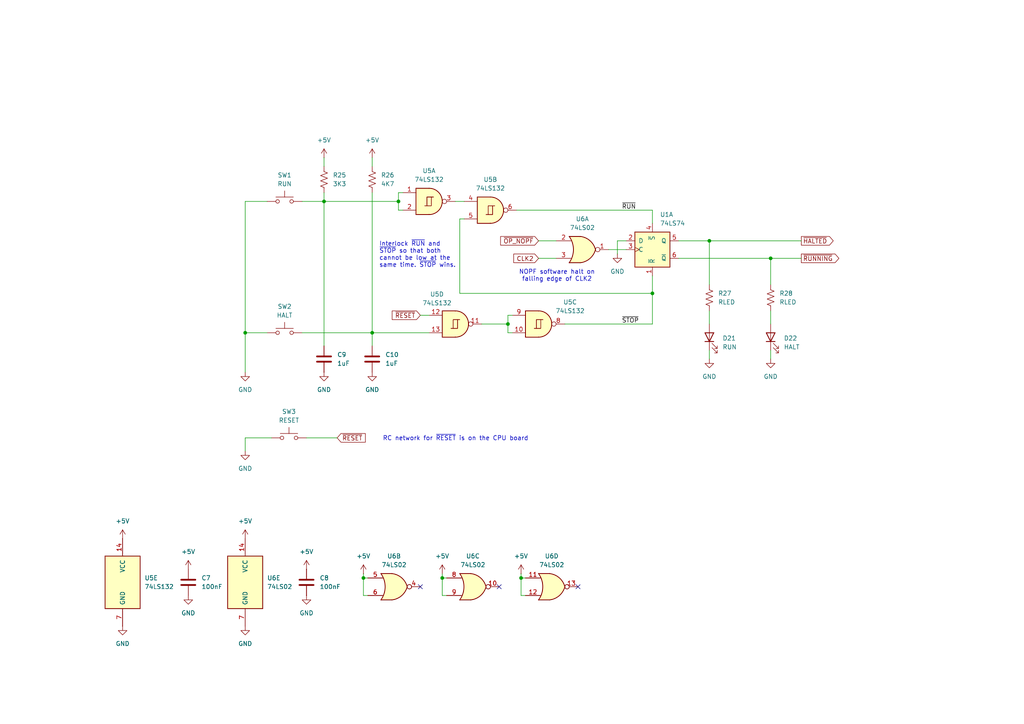
<source format=kicad_sch>
(kicad_sch (version 20231120) (generator "eeschema") (generator_version "8.0")
  (paper "A4")
  (title_block (title "UE1- TTL Clock and Diagnostics") (date "2025") (rev "1") (comment 1 "Copyright (c) 2025 Rhys Weatherley") (comment 3 "Run/Stop Control"))
  (lib_symbols
    (symbol "74xx:74LS02" (pin_names (offset 1.016))
      (property "Reference" "U" (at 0 1.27 0))
      (property "Value" "74LS02" (at 0 -1.27 0))
      (symbol "74LS02_1_1"
        (arc (start -3.81 -3.81) (mid -2.589 0) (end -3.81 3.81) (stroke (width 0.254)))
        (arc (start -0.6096 -3.81) (mid 2.1842 -2.5851) (end 3.81 0) (stroke (width 0.254)) (fill (type background)))
        (polyline (pts (xy -3.81 -3.81) (xy -0.635 -3.81)) (stroke (width 0.254)) (fill (type background)))
        (polyline (pts (xy -3.81 3.81) (xy -0.635 3.81)) (stroke (width 0.254)) (fill (type background)))
        (polyline (pts (xy -0.635 3.81) (xy -3.81 3.81) (xy -3.81 3.81) (xy -3.556 3.4036) (xy -3.0226 2.2606) (xy -2.6924 1.0414) (xy -2.6162 -0.254) (xy -2.7686 -1.4986) (xy -3.175 -2.7178) (xy -3.81 -3.81) (xy -3.81 -3.81) (xy -0.635 -3.81)) (stroke (width -25.4)) (fill (type background)))
        (arc (start 3.81 0) (mid 2.1915 2.5936) (end -0.6096 3.81) (stroke (width 0.254)) (fill (type background)))
        (pin output inverted (at 7.62 0 180) (length 3.81) (name "~") (number "1"))
        (pin input line (at -7.62 2.54 0) (length 4.318) (name "~") (number "2"))
        (pin input line (at -7.62 -2.54 0) (length 4.318) (name "~") (number "3"))
      )
      (symbol "74LS02_1_2"
        (arc (start 0 -3.81) (mid 3.7934 0) (end 0 3.81) (stroke (width 0.254)) (fill (type background)))
        (polyline (pts (xy 0 3.81) (xy -3.81 3.81) (xy -3.81 -3.81) (xy 0 -3.81)) (stroke (width 0.254)) (fill (type background)))
        (pin output line (at 7.62 0 180) (length 3.81) (name "~") (number "1"))
        (pin input inverted (at -7.62 2.54 0) (length 3.81) (name "~") (number "2"))
        (pin input inverted (at -7.62 -2.54 0) (length 3.81) (name "~") (number "3"))
      )
      (symbol "74LS02_2_1"
        (arc (start -3.81 -3.81) (mid -2.589 0) (end -3.81 3.81) (stroke (width 0.254)))
        (arc (start -0.6096 -3.81) (mid 2.1842 -2.5851) (end 3.81 0) (stroke (width 0.254)) (fill (type background)))
        (polyline (pts (xy -3.81 -3.81) (xy -0.635 -3.81)) (stroke (width 0.254)) (fill (type background)))
        (polyline (pts (xy -3.81 3.81) (xy -0.635 3.81)) (stroke (width 0.254)) (fill (type background)))
        (polyline (pts (xy -0.635 3.81) (xy -3.81 3.81) (xy -3.81 3.81) (xy -3.556 3.4036) (xy -3.0226 2.2606) (xy -2.6924 1.0414) (xy -2.6162 -0.254) (xy -2.7686 -1.4986) (xy -3.175 -2.7178) (xy -3.81 -3.81) (xy -3.81 -3.81) (xy -0.635 -3.81)) (stroke (width -25.4)) (fill (type background)))
        (arc (start 3.81 0) (mid 2.1915 2.5936) (end -0.6096 3.81) (stroke (width 0.254)) (fill (type background)))
        (pin output inverted (at 7.62 0 180) (length 3.81) (name "~") (number "4"))
        (pin input line (at -7.62 2.54 0) (length 4.318) (name "~") (number "5"))
        (pin input line (at -7.62 -2.54 0) (length 4.318) (name "~") (number "6"))
      )
      (symbol "74LS02_2_2"
        (arc (start 0 -3.81) (mid 3.7934 0) (end 0 3.81) (stroke (width 0.254)) (fill (type background)))
        (polyline (pts (xy 0 3.81) (xy -3.81 3.81) (xy -3.81 -3.81) (xy 0 -3.81)) (stroke (width 0.254)) (fill (type background)))
        (pin output line (at 7.62 0 180) (length 3.81) (name "~") (number "4"))
        (pin input inverted (at -7.62 2.54 0) (length 3.81) (name "~") (number "5"))
        (pin input inverted (at -7.62 -2.54 0) (length 3.81) (name "~") (number "6"))
      )
      (symbol "74LS02_3_1"
        (arc (start -3.81 -3.81) (mid -2.589 0) (end -3.81 3.81) (stroke (width 0.254)))
        (arc (start -0.6096 -3.81) (mid 2.1842 -2.5851) (end 3.81 0) (stroke (width 0.254)) (fill (type background)))
        (polyline (pts (xy -3.81 -3.81) (xy -0.635 -3.81)) (stroke (width 0.254)) (fill (type background)))
        (polyline (pts (xy -3.81 3.81) (xy -0.635 3.81)) (stroke (width 0.254)) (fill (type background)))
        (polyline (pts (xy -0.635 3.81) (xy -3.81 3.81) (xy -3.81 3.81) (xy -3.556 3.4036) (xy -3.0226 2.2606) (xy -2.6924 1.0414) (xy -2.6162 -0.254) (xy -2.7686 -1.4986) (xy -3.175 -2.7178) (xy -3.81 -3.81) (xy -3.81 -3.81) (xy -0.635 -3.81)) (stroke (width -25.4)) (fill (type background)))
        (arc (start 3.81 0) (mid 2.1915 2.5936) (end -0.6096 3.81) (stroke (width 0.254)) (fill (type background)))
        (pin output inverted (at 7.62 0 180) (length 3.81) (name "~") (number "10"))
        (pin input line (at -7.62 2.54 0) (length 4.318) (name "~") (number "8"))
        (pin input line (at -7.62 -2.54 0) (length 4.318) (name "~") (number "9"))
      )
      (symbol "74LS02_3_2"
        (arc (start 0 -3.81) (mid 3.7934 0) (end 0 3.81) (stroke (width 0.254)) (fill (type background)))
        (polyline (pts (xy 0 3.81) (xy -3.81 3.81) (xy -3.81 -3.81) (xy 0 -3.81)) (stroke (width 0.254)) (fill (type background)))
        (pin output line (at 7.62 0 180) (length 3.81) (name "~") (number "10"))
        (pin input inverted (at -7.62 2.54 0) (length 3.81) (name "~") (number "8"))
        (pin input inverted (at -7.62 -2.54 0) (length 3.81) (name "~") (number "9"))
      )
      (symbol "74LS02_4_1"
        (arc (start -3.81 -3.81) (mid -2.589 0) (end -3.81 3.81) (stroke (width 0.254)))
        (arc (start -0.6096 -3.81) (mid 2.1842 -2.5851) (end 3.81 0) (stroke (width 0.254)) (fill (type background)))
        (polyline (pts (xy -3.81 -3.81) (xy -0.635 -3.81)) (stroke (width 0.254)) (fill (type background)))
        (polyline (pts (xy -3.81 3.81) (xy -0.635 3.81)) (stroke (width 0.254)) (fill (type background)))
        (polyline (pts (xy -0.635 3.81) (xy -3.81 3.81) (xy -3.81 3.81) (xy -3.556 3.4036) (xy -3.0226 2.2606) (xy -2.6924 1.0414) (xy -2.6162 -0.254) (xy -2.7686 -1.4986) (xy -3.175 -2.7178) (xy -3.81 -3.81) (xy -3.81 -3.81) (xy -0.635 -3.81)) (stroke (width -25.4)) (fill (type background)))
        (arc (start 3.81 0) (mid 2.1915 2.5936) (end -0.6096 3.81) (stroke (width 0.254)) (fill (type background)))
        (pin input line (at -7.62 2.54 0) (length 4.318) (name "~") (number "11"))
        (pin input line (at -7.62 -2.54 0) (length 4.318) (name "~") (number "12"))
        (pin output inverted (at 7.62 0 180) (length 3.81) (name "~") (number "13"))
      )
      (symbol "74LS02_4_2"
        (arc (start 0 -3.81) (mid 3.7934 0) (end 0 3.81) (stroke (width 0.254)) (fill (type background)))
        (polyline (pts (xy 0 3.81) (xy -3.81 3.81) (xy -3.81 -3.81) (xy 0 -3.81)) (stroke (width 0.254)) (fill (type background)))
        (pin input inverted (at -7.62 2.54 0) (length 3.81) (name "~") (number "11"))
        (pin input inverted (at -7.62 -2.54 0) (length 3.81) (name "~") (number "12"))
        (pin output line (at 7.62 0 180) (length 3.81) (name "~") (number "13"))
      )
      (symbol "74LS02_5_0"
        (pin power_in line (at 0 12.7 270) (length 5.08) (name "VCC") (number "14"))
        (pin power_in line (at 0 -12.7 90) (length 5.08) (name "GND") (number "7"))
      )
      (symbol "74LS02_5_1"
        (rectangle (start -5.08 7.62) (end 5.08 -7.62) (stroke (width 0.254)) (fill (type background)))
      )
    )
    (symbol "74xx:74LS132" (pin_names (offset 1.016))
      (property "Reference" "U" (at 0 1.27 0))
      (property "Value" "74LS132" (at 0 -1.27 0))
      (symbol "74LS132_1_0"
        (polyline (pts (xy -0.635 -1.27) (xy -0.635 1.27) (xy 0.635 1.27)))
        (polyline (pts (xy -0.635 -1.27) (xy -0.635 1.27) (xy 0.635 1.27)))
        (polyline (pts (xy -1.27 -1.27) (xy 0.635 -1.27) (xy 0.635 1.27) (xy 1.27 1.27)))
        (polyline (pts (xy -1.27 -1.27) (xy 0.635 -1.27) (xy 0.635 1.27) (xy 1.27 1.27)))
      )
      (symbol "74LS132_1_1"
        (arc (start 0 -3.81) (mid 3.7934 0) (end 0 3.81) (stroke (width 0.254)) (fill (type background)))
        (polyline (pts (xy 0 3.81) (xy -3.81 3.81) (xy -3.81 -3.81) (xy 0 -3.81)) (stroke (width 0.254)) (fill (type background)))
        (pin input line (at -7.62 2.54 0) (length 3.81) (name "~") (number "1"))
        (pin input line (at -7.62 -2.54 0) (length 3.81) (name "~") (number "2"))
        (pin output inverted (at 7.62 0 180) (length 3.81) (name "~") (number "3"))
      )
      (symbol "74LS132_1_2"
        (arc (start -3.81 -3.81) (mid -2.589 0) (end -3.81 3.81) (stroke (width 0.254)))
        (arc (start -0.6096 -3.81) (mid 2.1842 -2.5851) (end 3.81 0) (stroke (width 0.254)) (fill (type background)))
        (polyline (pts (xy -3.81 -3.81) (xy -0.635 -3.81)) (stroke (width 0.254)) (fill (type background)))
        (polyline (pts (xy -3.81 3.81) (xy -0.635 3.81)) (stroke (width 0.254)) (fill (type background)))
        (polyline (pts (xy -0.635 3.81) (xy -3.81 3.81) (xy -3.81 3.81) (xy -3.556 3.4036) (xy -3.0226 2.2606) (xy -2.6924 1.0414) (xy -2.6162 -0.254) (xy -2.7686 -1.4986) (xy -3.175 -2.7178) (xy -3.81 -3.81) (xy -3.81 -3.81) (xy -0.635 -3.81)) (stroke (width -25.4)) (fill (type background)))
        (arc (start 3.81 0) (mid 2.1915 2.5936) (end -0.6096 3.81) (stroke (width 0.254)) (fill (type background)))
        (pin input inverted (at -7.62 2.54 0) (length 4.318) (name "~") (number "1"))
        (pin input inverted (at -7.62 -2.54 0) (length 4.318) (name "~") (number "2"))
        (pin output line (at 7.62 0 180) (length 3.81) (name "~") (number "3"))
      )
      (symbol "74LS132_2_0"
        (polyline (pts (xy -0.635 -1.27) (xy -0.635 1.27) (xy 0.635 1.27)))
        (polyline (pts (xy -0.635 -1.27) (xy -0.635 1.27) (xy 0.635 1.27)))
        (polyline (pts (xy -1.27 -1.27) (xy 0.635 -1.27) (xy 0.635 1.27) (xy 1.27 1.27)))
        (polyline (pts (xy -1.27 -1.27) (xy 0.635 -1.27) (xy 0.635 1.27) (xy 1.27 1.27)))
      )
      (symbol "74LS132_2_1"
        (arc (start 0 -3.81) (mid 3.7934 0) (end 0 3.81) (stroke (width 0.254)) (fill (type background)))
        (polyline (pts (xy 0 3.81) (xy -3.81 3.81) (xy -3.81 -3.81) (xy 0 -3.81)) (stroke (width 0.254)) (fill (type background)))
        (pin input line (at -7.62 2.54 0) (length 3.81) (name "~") (number "4"))
        (pin input line (at -7.62 -2.54 0) (length 3.81) (name "~") (number "5"))
        (pin output inverted (at 7.62 0 180) (length 3.81) (name "~") (number "6"))
      )
      (symbol "74LS132_2_2"
        (arc (start -3.81 -3.81) (mid -2.589 0) (end -3.81 3.81) (stroke (width 0.254)))
        (arc (start -0.6096 -3.81) (mid 2.1842 -2.5851) (end 3.81 0) (stroke (width 0.254)) (fill (type background)))
        (polyline (pts (xy -3.81 -3.81) (xy -0.635 -3.81)) (stroke (width 0.254)) (fill (type background)))
        (polyline (pts (xy -3.81 3.81) (xy -0.635 3.81)) (stroke (width 0.254)) (fill (type background)))
        (polyline (pts (xy -0.635 3.81) (xy -3.81 3.81) (xy -3.81 3.81) (xy -3.556 3.4036) (xy -3.0226 2.2606) (xy -2.6924 1.0414) (xy -2.6162 -0.254) (xy -2.7686 -1.4986) (xy -3.175 -2.7178) (xy -3.81 -3.81) (xy -3.81 -3.81) (xy -0.635 -3.81)) (stroke (width -25.4)) (fill (type background)))
        (arc (start 3.81 0) (mid 2.1915 2.5936) (end -0.6096 3.81) (stroke (width 0.254)) (fill (type background)))
        (pin input inverted (at -7.62 2.54 0) (length 4.318) (name "~") (number "4"))
        (pin input inverted (at -7.62 -2.54 0) (length 4.318) (name "~") (number "5"))
        (pin output line (at 7.62 0 180) (length 3.81) (name "~") (number "6"))
      )
      (symbol "74LS132_3_0"
        (polyline (pts (xy -0.635 -1.27) (xy -0.635 1.27) (xy 0.635 1.27)))
        (polyline (pts (xy -0.635 -1.27) (xy -0.635 1.27) (xy 0.635 1.27)))
        (polyline (pts (xy -1.27 -1.27) (xy 0.635 -1.27) (xy 0.635 1.27) (xy 1.27 1.27)))
        (polyline (pts (xy -1.27 -1.27) (xy 0.635 -1.27) (xy 0.635 1.27) (xy 1.27 1.27)))
      )
      (symbol "74LS132_3_1"
        (arc (start 0 -3.81) (mid 3.7934 0) (end 0 3.81) (stroke (width 0.254)) (fill (type background)))
        (polyline (pts (xy 0 3.81) (xy -3.81 3.81) (xy -3.81 -3.81) (xy 0 -3.81)) (stroke (width 0.254)) (fill (type background)))
        (pin input line (at -7.62 -2.54 0) (length 3.81) (name "~") (number "10"))
        (pin output inverted (at 7.62 0 180) (length 3.81) (name "~") (number "8"))
        (pin input line (at -7.62 2.54 0) (length 3.81) (name "~") (number "9"))
      )
      (symbol "74LS132_3_2"
        (arc (start -3.81 -3.81) (mid -2.589 0) (end -3.81 3.81) (stroke (width 0.254)))
        (arc (start -0.6096 -3.81) (mid 2.1842 -2.5851) (end 3.81 0) (stroke (width 0.254)) (fill (type background)))
        (polyline (pts (xy -3.81 -3.81) (xy -0.635 -3.81)) (stroke (width 0.254)) (fill (type background)))
        (polyline (pts (xy -3.81 3.81) (xy -0.635 3.81)) (stroke (width 0.254)) (fill (type background)))
        (polyline (pts (xy -0.635 3.81) (xy -3.81 3.81) (xy -3.81 3.81) (xy -3.556 3.4036) (xy -3.0226 2.2606) (xy -2.6924 1.0414) (xy -2.6162 -0.254) (xy -2.7686 -1.4986) (xy -3.175 -2.7178) (xy -3.81 -3.81) (xy -3.81 -3.81) (xy -0.635 -3.81)) (stroke (width -25.4)) (fill (type background)))
        (arc (start 3.81 0) (mid 2.1915 2.5936) (end -0.6096 3.81) (stroke (width 0.254)) (fill (type background)))
        (pin input inverted (at -7.62 -2.54 0) (length 4.318) (name "~") (number "10"))
        (pin output line (at 7.62 0 180) (length 3.81) (name "~") (number "8"))
        (pin input inverted (at -7.62 2.54 0) (length 4.318) (name "~") (number "9"))
      )
      (symbol "74LS132_4_0"
        (polyline (pts (xy -0.635 -1.27) (xy -0.635 1.27) (xy 0.635 1.27)))
        (polyline (pts (xy -0.635 -1.27) (xy -0.635 1.27) (xy 0.635 1.27)))
        (polyline (pts (xy -1.27 -1.27) (xy 0.635 -1.27) (xy 0.635 1.27) (xy 1.27 1.27)))
        (polyline (pts (xy -1.27 -1.27) (xy 0.635 -1.27) (xy 0.635 1.27) (xy 1.27 1.27)))
      )
      (symbol "74LS132_4_1"
        (arc (start 0 -3.81) (mid 3.7934 0) (end 0 3.81) (stroke (width 0.254)) (fill (type background)))
        (polyline (pts (xy 0 3.81) (xy -3.81 3.81) (xy -3.81 -3.81) (xy 0 -3.81)) (stroke (width 0.254)) (fill (type background)))
        (pin output inverted (at 7.62 0 180) (length 3.81) (name "~") (number "11"))
        (pin input line (at -7.62 2.54 0) (length 3.81) (name "~") (number "12"))
        (pin input line (at -7.62 -2.54 0) (length 3.81) (name "~") (number "13"))
      )
      (symbol "74LS132_4_2"
        (arc (start -3.81 -3.81) (mid -2.589 0) (end -3.81 3.81) (stroke (width 0.254)))
        (arc (start -0.6096 -3.81) (mid 2.1842 -2.5851) (end 3.81 0) (stroke (width 0.254)) (fill (type background)))
        (polyline (pts (xy -3.81 -3.81) (xy -0.635 -3.81)) (stroke (width 0.254)) (fill (type background)))
        (polyline (pts (xy -3.81 3.81) (xy -0.635 3.81)) (stroke (width 0.254)) (fill (type background)))
        (polyline (pts (xy -0.635 3.81) (xy -3.81 3.81) (xy -3.81 3.81) (xy -3.556 3.4036) (xy -3.0226 2.2606) (xy -2.6924 1.0414) (xy -2.6162 -0.254) (xy -2.7686 -1.4986) (xy -3.175 -2.7178) (xy -3.81 -3.81) (xy -3.81 -3.81) (xy -0.635 -3.81)) (stroke (width -25.4)) (fill (type background)))
        (arc (start 3.81 0) (mid 2.1915 2.5936) (end -0.6096 3.81) (stroke (width 0.254)) (fill (type background)))
        (pin output line (at 7.62 0 180) (length 3.81) (name "~") (number "11"))
        (pin input inverted (at -7.62 2.54 0) (length 4.318) (name "~") (number "12"))
        (pin input inverted (at -7.62 -2.54 0) (length 4.318) (name "~") (number "13"))
      )
      (symbol "74LS132_5_0"
        (pin power_in line (at 0 12.7 270) (length 5.08) (name "VCC") (number "14"))
        (pin power_in line (at 0 -12.7 90) (length 5.08) (name "GND") (number "7"))
      )
      (symbol "74LS132_5_1"
        (rectangle (start -5.08 7.62) (end 5.08 -7.62) (stroke (width 0.254)) (fill (type background)))
      )
    )
    (symbol "74xx:74LS74" (pin_names (offset 1.016))
      (property "Reference" "U" (at -7.62 8.89 0))
      (property "Value" "74LS74" (at -7.62 -8.89 0))
      (symbol "74LS74_1_0"
        (pin input line (at 0 -7.62 90) (length 2.54) (name "~{R}") (number "1"))
        (pin input line (at -7.62 2.54 0) (length 2.54) (name "D") (number "2"))
        (pin input clock (at -7.62 0 0) (length 2.54) (name "C") (number "3"))
        (pin input line (at 0 7.62 270) (length 2.54) (name "~{S}") (number "4"))
        (pin output line (at 7.62 2.54 180) (length 2.54) (name "Q") (number "5"))
        (pin output line (at 7.62 -2.54 180) (length 2.54) (name "~{Q}") (number "6"))
      )
      (symbol "74LS74_1_1"
        (rectangle (start -5.08 5.08) (end 5.08 -5.08) (stroke (width 0.254)) (fill (type background)))
      )
      (symbol "74LS74_2_0"
        (pin input line (at 0 7.62 270) (length 2.54) (name "~{S}") (number "10"))
        (pin input clock (at -7.62 0 0) (length 2.54) (name "C") (number "11"))
        (pin input line (at -7.62 2.54 0) (length 2.54) (name "D") (number "12"))
        (pin input line (at 0 -7.62 90) (length 2.54) (name "~{R}") (number "13"))
        (pin output line (at 7.62 -2.54 180) (length 2.54) (name "~{Q}") (number "8"))
        (pin output line (at 7.62 2.54 180) (length 2.54) (name "Q") (number "9"))
      )
      (symbol "74LS74_2_1"
        (rectangle (start -5.08 5.08) (end 5.08 -5.08) (stroke (width 0.254)) (fill (type background)))
      )
      (symbol "74LS74_3_0"
        (pin power_in line (at 0 10.16 270) (length 2.54) (name "VCC") (number "14"))
        (pin power_in line (at 0 -10.16 90) (length 2.54) (name "GND") (number "7"))
      )
      (symbol "74LS74_3_1"
        (rectangle (start -5.08 7.62) (end 5.08 -7.62) (stroke (width 0.254)) (fill (type background)))
      )
    )
    (symbol "Device:C" (pin_numbers hide) (pin_names (offset 0.254))
      (property "Reference" "C" (at 0.635 2.54 0))
      (property "Value" "C" (at 0.635 -2.54 0))
      (symbol "C_0_1"
        (polyline (pts (xy -2.032 -0.762) (xy 2.032 -0.762)) (stroke (width 0.508)))
        (polyline (pts (xy -2.032 0.762) (xy 2.032 0.762)) (stroke (width 0.508)))
      )
      (symbol "C_1_1"
        (pin passive line (at 0 3.81 270) (length 2.794) (name "~") (number "1"))
        (pin passive line (at 0 -3.81 90) (length 2.794) (name "~") (number "2"))
      )
    )
    (symbol "Device:LED" (pin_numbers hide) (pin_names (offset 1.016) hide)
      (property "Reference" "D" (at 0 2.54 0))
      (property "Value" "LED" (at 0 -2.54 0))
      (symbol "LED_0_1"
        (polyline (pts (xy -1.27 -1.27) (xy -1.27 1.27)) (stroke (width 0.254)))
        (polyline (pts (xy -1.27 0) (xy 1.27 0)))
        (polyline (pts (xy 1.27 -1.27) (xy 1.27 1.27) (xy -1.27 0) (xy 1.27 -1.27)) (stroke (width 0.254)))
        (polyline (pts (xy -3.048 -0.762) (xy -4.572 -2.286) (xy -3.81 -2.286) (xy -4.572 -2.286) (xy -4.572 -1.524)))
        (polyline (pts (xy -1.778 -0.762) (xy -3.302 -2.286) (xy -2.54 -2.286) (xy -3.302 -2.286) (xy -3.302 -1.524)))
      )
      (symbol "LED_1_1"
        (pin passive line (at -3.81 0 0) (length 2.54) (name "K") (number "1"))
        (pin passive line (at 3.81 0 180) (length 2.54) (name "A") (number "2"))
      )
    )
    (symbol "Device:R_US" (pin_numbers hide) (pin_names (offset 0))
      (property "Reference" "R" (at 2.54 0 90))
      (property "Value" "R_US" (at -2.54 0 90))
      (symbol "R_US_0_1"
        (polyline (pts (xy 0 -2.286) (xy 0 -2.54)))
        (polyline (pts (xy 0 2.286) (xy 0 2.54)))
        (polyline (pts (xy 0 -0.762) (xy 1.016 -1.143) (xy 0 -1.524) (xy -1.016 -1.905) (xy 0 -2.286)))
        (polyline (pts (xy 0 0.762) (xy 1.016 0.381) (xy 0 0) (xy -1.016 -0.381) (xy 0 -0.762)))
        (polyline (pts (xy 0 2.286) (xy 1.016 1.905) (xy 0 1.524) (xy -1.016 1.143) (xy 0 0.762)))
      )
      (symbol "R_US_1_1"
        (pin passive line (at 0 3.81 270) (length 1.27) (name "~") (number "1"))
        (pin passive line (at 0 -3.81 90) (length 1.27) (name "~") (number "2"))
      )
    )
    (symbol "Switch:SW_Push" (pin_numbers hide) (pin_names (offset 1.016) hide)
      (property "Reference" "SW" (at 1.27 2.54 0))
      (property "Value" "SW_Push" (at 0 -1.524 0))
      (symbol "SW_Push_0_1"
        (circle (center -2.032 0) (radius 0.508))
        (polyline (pts (xy 0 1.27) (xy 0 3.048)))
        (polyline (pts (xy 2.54 1.27) (xy -2.54 1.27)))
        (circle (center 2.032 0) (radius 0.508))
        (pin passive line (at -5.08 0 0) (length 2.54) (name "1") (number "1"))
        (pin passive line (at 5.08 0 180) (length 2.54) (name "2") (number "2"))
      )
    )
    (symbol "power:+5V" (power) (pin_numbers hide) (pin_names (offset 0) hide)
      (property "Value" "+5V" (at 0 3.556 0))
      (symbol "+5V_0_1"
        (polyline (pts (xy -0.762 1.27) (xy 0 2.54)))
        (polyline (pts (xy 0 0) (xy 0 2.54)))
        (polyline (pts (xy 0 2.54) (xy 0.762 1.27)))
      )
      (symbol "+5V_1_1"
        (pin power_in line (at 0 0 90) (length 0) (name "~") (number "1"))
      )
    )
    (symbol "power:GND" (power) (pin_numbers hide) (pin_names (offset 0) hide)
      (property "Value" "GND" (at 0 -3.81 0))
      (symbol "GND_0_1"
        (polyline (pts (xy 0 0) (xy 0 -1.27) (xy 1.27 -1.27) (xy 0 -2.54) (xy -1.27 -1.27) (xy 0 -1.27)))
      )
      (symbol "GND_1_1"
        (pin power_in line (at 0 0 270) (length 0) (name "~") (number "1"))
      )
    )
  )
  (junction (at 105.41 167.64))
  (junction (at 223.52 74.93))
  (junction (at 71.12 96.52))
  (junction (at 115.57 58.42))
  (junction (at 189.23 85.09))
  (junction (at 147.32 93.98))
  (junction (at 107.95 96.52))
  (junction (at 128.27 167.64))
  (junction (at 151.13 167.64))
  (junction (at 205.74 69.85))
  (junction (at 93.98 58.42))
  (no_connect (at 144.78 170.18))
  (no_connect (at 121.92 170.18))
  (no_connect (at 167.64 170.18))
  (wire (pts (xy 105.41 167.64) (xy 105.41 172.72)))
  (wire (pts (xy 71.12 58.42) (xy 71.12 96.52)))
  (wire (pts (xy 189.23 60.96) (xy 149.86 60.96)))
  (wire (pts (xy 205.74 90.17) (xy 205.74 93.98)))
  (wire (pts (xy 205.74 69.85) (xy 205.74 82.55)))
  (wire (pts (xy 134.62 58.42) (xy 132.08 58.42)))
  (wire (pts (xy 121.92 91.44) (xy 124.46 91.44)))
  (wire (pts (xy 156.21 74.93) (xy 161.29 74.93)))
  (wire (pts (xy 147.32 96.52) (xy 148.59 96.52)))
  (wire (pts (xy 139.7 93.98) (xy 147.32 93.98)))
  (wire (pts (xy 223.52 74.93) (xy 232.41 74.93)))
  (wire (pts (xy 88.9 127) (xy 97.79 127)))
  (wire (pts (xy 128.27 167.64) (xy 129.54 167.64)))
  (wire (pts (xy 87.63 58.42) (xy 93.98 58.42)))
  (wire (pts (xy 133.35 63.5) (xy 133.35 85.09)))
  (wire (pts (xy 71.12 96.52) (xy 71.12 107.95)))
  (wire (pts (xy 189.23 60.96) (xy 189.23 64.77)))
  (wire (pts (xy 128.27 166.37) (xy 128.27 167.64)))
  (wire (pts (xy 223.52 74.93) (xy 223.52 82.55)))
  (wire (pts (xy 128.27 172.72) (xy 129.54 172.72)))
  (wire (pts (xy 147.32 93.98) (xy 147.32 96.52)))
  (wire (pts (xy 151.13 166.37) (xy 151.13 167.64)))
  (wire (pts (xy 115.57 55.88) (xy 116.84 55.88)))
  (wire (pts (xy 107.95 55.88) (xy 107.95 96.52)))
  (wire (pts (xy 223.52 101.6) (xy 223.52 104.14)))
  (wire (pts (xy 115.57 60.96) (xy 115.57 58.42)))
  (wire (pts (xy 107.95 96.52) (xy 107.95 100.33)))
  (wire (pts (xy 223.52 90.17) (xy 223.52 93.98)))
  (wire (pts (xy 93.98 45.72) (xy 93.98 48.26)))
  (wire (pts (xy 151.13 172.72) (xy 152.4 172.72)))
  (wire (pts (xy 71.12 96.52) (xy 77.47 96.52)))
  (wire (pts (xy 148.59 91.44) (xy 147.32 91.44)))
  (wire (pts (xy 134.62 63.5) (xy 133.35 63.5)))
  (wire (pts (xy 133.35 85.09) (xy 189.23 85.09)))
  (wire (pts (xy 107.95 45.72) (xy 107.95 48.26)))
  (wire (pts (xy 105.41 166.37) (xy 105.41 167.64)))
  (wire (pts (xy 105.41 172.72) (xy 106.68 172.72)))
  (wire (pts (xy 115.57 58.42) (xy 115.57 55.88)))
  (wire (pts (xy 179.07 69.85) (xy 181.61 69.85)))
  (wire (pts (xy 107.95 96.52) (xy 124.46 96.52)))
  (wire (pts (xy 147.32 91.44) (xy 147.32 93.98)))
  (wire (pts (xy 116.84 60.96) (xy 115.57 60.96)))
  (wire (pts (xy 77.47 58.42) (xy 71.12 58.42)))
  (wire (pts (xy 105.41 167.64) (xy 106.68 167.64)))
  (wire (pts (xy 179.07 69.85) (xy 179.07 73.66)))
  (wire (pts (xy 205.74 69.85) (xy 232.41 69.85)))
  (wire (pts (xy 156.21 69.85) (xy 161.29 69.85)))
  (wire (pts (xy 151.13 167.64) (xy 151.13 172.72)))
  (wire (pts (xy 176.53 72.39) (xy 181.61 72.39)))
  (wire (pts (xy 189.23 93.98) (xy 189.23 85.09)))
  (wire (pts (xy 196.85 74.93) (xy 223.52 74.93)))
  (wire (pts (xy 93.98 58.42) (xy 93.98 100.33)))
  (wire (pts (xy 87.63 96.52) (xy 107.95 96.52)))
  (wire (pts (xy 93.98 58.42) (xy 115.57 58.42)))
  (wire (pts (xy 128.27 167.64) (xy 128.27 172.72)))
  (wire (pts (xy 189.23 80.01) (xy 189.23 85.09)))
  (wire (pts (xy 78.74 127) (xy 71.12 127)))
  (wire (pts (xy 189.23 93.98) (xy 163.83 93.98)))
  (wire (pts (xy 205.74 101.6) (xy 205.74 104.14)))
  (wire (pts (xy 71.12 127) (xy 71.12 130.81)))
  (wire (pts (xy 196.85 69.85) (xy 205.74 69.85)))
  (wire (pts (xy 93.98 55.88) (xy 93.98 58.42)))
  (wire (pts (xy 151.13 167.64) (xy 152.4 167.64)))
  (text "RC network for ~{RESET} is on the CPU board" (at 110.998 127.254 0) (effects (font (size 1.27 1.27)) (justify left)))
  (text "NOPF software halt on\nfalling edge of CLK2" (at 161.544 80.01 0) (effects (font (size 1.27 1.27))))
  (text "Interlock ~{RUN} and\n~{STOP} so that both\ncannot be low at the\nsame time. ~{STOP} wins." (at 109.982 73.914 0) (effects (font (size 1.27 1.27)) (justify left)))
  (label "~{STOP}" (at 180.34 93.98 0))
  (label "~{RUN}" (at 180.34 60.96 0))
  (global_label "~{RUNNING}" (shape output) (at 232.41 74.93 0) (property "Intersheetrefs" "${INTERSHEET_REFS}" (effects (hide yes))))
  (global_label "~{RESET}" (shape input) (at 121.92 91.44 180) (property "Intersheetrefs" "${INTERSHEET_REFS}" (effects (hide yes))))
  (global_label "~{OP_NOPF}" (shape input) (at 156.21 69.85 180) (property "Intersheetrefs" "${INTERSHEET_REFS}" (effects (hide yes))))
  (global_label "~{HALTED}" (shape output) (at 232.41 69.85 0) (property "Intersheetrefs" "${INTERSHEET_REFS}" (effects (hide yes))))
  (global_label "CLK2" (shape input) (at 156.21 74.93 180) (property "Intersheetrefs" "${INTERSHEET_REFS}" (effects (hide yes))))
  (global_label "~{RESET}" (shape input) (at 97.79 127 0) (property "Intersheetrefs" "${INTERSHEET_REFS}" (effects (hide yes))))
  (symbol (lib_id "Device:R_US") (at 205.74 86.36 0) (unit 1)
    (property "Reference" "R27" (at 208.28 85.0899 0) (effects (justify left)))
    (property "Value" "RLED" (at 208.28 87.6299 0) (effects (justify left)))
    (property "Footprint" "Resistor_THT:R_Axial_DIN0207_L6.3mm_D2.5mm_P7.62mm_Horizontal" (effects (hide yes)))
    (property "Description" "Resistor, US symbol" (effects (hide yes)))
  )
  (symbol (lib_id "Device:C") (at 93.98 104.14 0) (unit 1)
    (property "Reference" "C9" (at 97.79 102.8699 0) (effects (justify left)))
    (property "Value" "1uF" (at 97.79 105.4099 0) (effects (justify left)))
    (property "Footprint" "Capacitor_THT:C_Disc_D5.0mm_W2.5mm_P5.00mm" (effects (hide yes)))
    (property "Description" "Unpolarized capacitor" (effects (hide yes)))
  )
  (symbol (lib_id "Device:R_US") (at 93.98 52.07 0) (unit 1)
    (property "Reference" "R25" (at 96.52 50.7999 0) (effects (justify left)))
    (property "Value" "3K3" (at 96.52 53.3399 0) (effects (justify left)))
    (property "Footprint" "Resistor_THT:R_Axial_DIN0207_L6.3mm_D2.5mm_P7.62mm_Horizontal" (effects (hide yes)))
    (property "Description" "Resistor, US symbol" (effects (hide yes)))
  )
  (symbol (lib_id "Switch:SW_Push") (at 82.55 96.52 0) (unit 1)
    (property "Reference" "SW2" (at 82.55 88.9 0))
    (property "Value" "HALT" (at 82.55 91.44 0))
    (property "Footprint" "Button_Switch_THT:SW_PUSH_6mm" (effects (hide yes)))
    (property "Description" "Push button switch, generic, two pins" (effects (hide yes)))
  )
  (symbol (lib_id "power:+5V") (at 128.27 166.37 0) (unit 1)
    (property "Reference" "#PWR68" (effects (hide yes)))
    (property "Value" "+5V" (at 128.27 161.29 0))
    (property "Description" "Power symbol creates a global label with name \"+5V\"" (effects (hide yes)))
  )
  (symbol (lib_id "power:GND") (at 71.12 130.81 0) (unit 1)
    (property "Reference" "#PWR58" (effects (hide yes)))
    (property "Value" "GND" (at 71.12 135.89 0))
    (property "Description" "Power symbol creates a global label with name \"GND\" , ground" (effects (hide yes)))
  )
  (symbol (lib_id "power:+5V") (at 93.98 45.72 0) (unit 1)
    (property "Reference" "#PWR63" (effects (hide yes)))
    (property "Value" "+5V" (at 93.98 40.64 0))
    (property "Description" "Power symbol creates a global label with name \"+5V\"" (effects (hide yes)))
  )
  (symbol (lib_id "power:GND") (at 93.98 107.95 0) (unit 1)
    (property "Reference" "#PWR64" (effects (hide yes)))
    (property "Value" "GND" (at 93.98 113.03 0))
    (property "Description" "Power symbol creates a global label with name \"GND\" , ground" (effects (hide yes)))
  )
  (symbol (lib_id "power:+5V") (at 88.9 165.1 0) (unit 1)
    (property "Reference" "#PWR61" (effects (hide yes)))
    (property "Value" "+5V" (at 88.9 160.02 0))
    (property "Description" "Power symbol creates a global label with name \"+5V\"" (effects (hide yes)))
  )
  (symbol (lib_id "74xx:74LS132") (at 142.24 60.96 0) (unit 2)
    (property "Reference" "U5" (at 142.2317 52.07 0))
    (property "Value" "74LS132" (at 142.2317 54.61 0))
    (property "Footprint" "Package_DIP:DIP-14_W7.62mm" (effects (hide yes)))
    (property "Datasheet" "http://www.ti.com/lit/gpn/sn74LS132" (effects (hide yes)))
    (property "Description" "Quad 2-input NAND Schmitt trigger" (effects (hide yes)))
  )
  (symbol (lib_id "74xx:74LS74") (at 189.23 72.39 0) (unit 1)
    (property "Reference" "U1" (at 191.4241 62.23 0) (effects (justify left)))
    (property "Value" "74LS74" (at 191.4241 64.77 0) (effects (justify left)))
    (property "Footprint" "Package_DIP:DIP-14_W7.62mm" (effects (hide yes)))
    (property "Datasheet" "74xx/74hc_hct74.pdf" (effects (hide yes)))
    (property "Description" "Dual D Flip-flop, Set & Reset" (effects (hide yes)))
  )
  (symbol (lib_id "power:GND") (at 205.74 104.14 0) (unit 1)
    (property "Reference" "#PWR71" (effects (hide yes)))
    (property "Value" "GND" (at 205.74 109.22 0))
    (property "Description" "Power symbol creates a global label with name \"GND\" , ground" (effects (hide yes)))
  )
  (symbol (lib_id "power:+5V") (at 35.56 156.21 0) (unit 1)
    (property "Reference" "#PWR53" (effects (hide yes)))
    (property "Value" "+5V" (at 35.56 151.13 0))
    (property "Description" "Power symbol creates a global label with name \"+5V\"" (effects (hide yes)))
  )
  (symbol (lib_id "power:+5V") (at 107.95 45.72 0) (unit 1)
    (property "Reference" "#PWR66" (effects (hide yes)))
    (property "Value" "+5V" (at 107.95 40.64 0))
    (property "Description" "Power symbol creates a global label with name \"+5V\"" (effects (hide yes)))
  )
  (symbol (lib_id "power:GND") (at 54.61 172.72 0) (unit 1)
    (property "Reference" "#PWR56" (effects (hide yes)))
    (property "Value" "GND" (at 54.61 177.8 0))
    (property "Description" "Power symbol creates a global label with name \"GND\" , ground" (effects (hide yes)))
  )
  (symbol (lib_id "Device:LED") (at 223.52 97.79 90) (unit 1)
    (property "Reference" "D22" (at 227.33 98.1074 90) (effects (justify right)))
    (property "Value" "HALT" (at 227.33 100.6474 90) (effects (justify right)))
    (property "Footprint" "LED_THT:LED_D3.0mm" (effects (hide yes)))
    (property "Description" "Light emitting diode" (effects (hide yes)))
  )
  (symbol (lib_id "power:+5V") (at 54.61 165.1 0) (unit 1)
    (property "Reference" "#PWR55" (effects (hide yes)))
    (property "Value" "+5V" (at 54.61 160.02 0))
    (property "Description" "Power symbol creates a global label with name \"+5V\"" (effects (hide yes)))
  )
  (symbol (lib_id "power:GND") (at 88.9 172.72 0) (unit 1)
    (property "Reference" "#PWR62" (effects (hide yes)))
    (property "Value" "GND" (at 88.9 177.8 0))
    (property "Description" "Power symbol creates a global label with name \"GND\" , ground" (effects (hide yes)))
  )
  (symbol (lib_id "Device:LED") (at 205.74 97.79 90) (unit 1)
    (property "Reference" "D21" (at 209.55 98.1074 90) (effects (justify right)))
    (property "Value" "RUN" (at 209.55 100.6474 90) (effects (justify right)))
    (property "Footprint" "LED_THT:LED_D3.0mm" (effects (hide yes)))
    (property "Description" "Light emitting diode" (effects (hide yes)))
  )
  (symbol (lib_id "Device:C") (at 88.9 168.91 0) (unit 1)
    (property "Reference" "C8" (at 92.71 167.6399 0) (effects (justify left)))
    (property "Value" "100nF" (at 92.71 170.1799 0) (effects (justify left)))
    (property "Footprint" "Capacitor_THT:C_Disc_D5.0mm_W2.5mm_P5.00mm" (effects (hide yes)))
    (property "Description" "Unpolarized capacitor" (effects (hide yes)))
  )
  (symbol (lib_id "Switch:SW_Push") (at 83.82 127 0) (unit 1)
    (property "Reference" "SW3" (at 83.82 119.38 0))
    (property "Value" "RESET" (at 83.82 121.92 0))
    (property "Footprint" "Button_Switch_THT:SW_PUSH_6mm" (effects (hide yes)))
    (property "Description" "Push button switch, generic, two pins" (effects (hide yes)))
  )
  (symbol (lib_id "power:+5V") (at 71.12 156.21 0) (unit 1)
    (property "Reference" "#PWR59" (effects (hide yes)))
    (property "Value" "+5V" (at 71.12 151.13 0))
    (property "Description" "Power symbol creates a global label with name \"+5V\"" (effects (hide yes)))
  )
  (symbol (lib_id "Device:R_US") (at 107.95 52.07 0) (unit 1)
    (property "Reference" "R26" (at 110.49 50.7999 0) (effects (justify left)))
    (property "Value" "4K7" (at 110.49 53.3399 0) (effects (justify left)))
    (property "Footprint" "Resistor_THT:R_Axial_DIN0207_L6.3mm_D2.5mm_P7.62mm_Horizontal" (effects (hide yes)))
    (property "Description" "Resistor, US symbol" (effects (hide yes)))
  )
  (symbol (lib_id "power:GND") (at 223.52 104.14 0) (unit 1)
    (property "Reference" "#PWR72" (effects (hide yes)))
    (property "Value" "GND" (at 223.52 109.22 0))
    (property "Description" "Power symbol creates a global label with name \"GND\" , ground" (effects (hide yes)))
  )
  (symbol (lib_id "power:GND") (at 179.07 73.66 0) (unit 1)
    (property "Reference" "#PWR70" (effects (hide yes)))
    (property "Value" "GND" (at 179.07 78.74 0))
    (property "Description" "Power symbol creates a global label with name \"GND\" , ground" (effects (hide yes)))
  )
  (symbol (lib_id "74xx:74LS02") (at 168.91 72.39 0) (unit 1)
    (property "Reference" "U6" (at 168.91 63.5 0))
    (property "Value" "74LS02" (at 168.91 66.04 0))
    (property "Footprint" "Package_DIP:DIP-14_W7.62mm" (effects (hide yes)))
    (property "Datasheet" "http://www.ti.com/lit/gpn/sn74ls02" (effects (hide yes)))
    (property "Description" "quad 2-input NOR gate" (effects (hide yes)))
  )
  (symbol (lib_id "power:GND") (at 71.12 181.61 0) (unit 1)
    (property "Reference" "#PWR60" (effects (hide yes)))
    (property "Value" "GND" (at 71.12 186.69 0))
    (property "Description" "Power symbol creates a global label with name \"GND\" , ground" (effects (hide yes)))
  )
  (symbol (lib_id "Device:C") (at 54.61 168.91 0) (unit 1)
    (property "Reference" "C7" (at 58.42 167.6399 0) (effects (justify left)))
    (property "Value" "100nF" (at 58.42 170.1799 0) (effects (justify left)))
    (property "Footprint" "Capacitor_THT:C_Disc_D5.0mm_W2.5mm_P5.00mm" (effects (hide yes)))
    (property "Description" "Unpolarized capacitor" (effects (hide yes)))
  )
  (symbol (lib_id "power:+5V") (at 105.41 166.37 0) (unit 1)
    (property "Reference" "#PWR65" (effects (hide yes)))
    (property "Value" "+5V" (at 105.41 161.29 0))
    (property "Description" "Power symbol creates a global label with name \"+5V\"" (effects (hide yes)))
  )
  (symbol (lib_id "Device:C") (at 107.95 104.14 0) (unit 1)
    (property "Reference" "C10" (at 111.76 102.8699 0) (effects (justify left)))
    (property "Value" "1uF" (at 111.76 105.4099 0) (effects (justify left)))
    (property "Footprint" "Capacitor_THT:C_Disc_D5.0mm_W2.5mm_P5.00mm" (effects (hide yes)))
    (property "Description" "Unpolarized capacitor" (effects (hide yes)))
  )
  (symbol (lib_id "74xx:74LS132") (at 35.56 168.91 0) (unit 5)
    (property "Reference" "U5" (at 41.91 167.6399 0) (effects (justify left)))
    (property "Value" "74LS132" (at 41.91 170.1799 0) (effects (justify left)))
    (property "Footprint" "Package_DIP:DIP-14_W7.62mm" (effects (hide yes)))
    (property "Datasheet" "http://www.ti.com/lit/gpn/sn74LS132" (effects (hide yes)))
    (property "Description" "Quad 2-input NAND Schmitt trigger" (effects (hide yes)))
  )
  (symbol (lib_id "power:+5V") (at 151.13 166.37 0) (unit 1)
    (property "Reference" "#PWR69" (effects (hide yes)))
    (property "Value" "+5V" (at 151.13 161.29 0))
    (property "Description" "Power symbol creates a global label with name \"+5V\"" (effects (hide yes)))
  )
  (symbol (lib_id "Switch:SW_Push") (at 82.55 58.42 0) (unit 1)
    (property "Reference" "SW1" (at 82.55 50.8 0))
    (property "Value" "RUN" (at 82.55 53.34 0))
    (property "Footprint" "Button_Switch_THT:SW_PUSH_6mm" (effects (hide yes)))
    (property "Description" "Push button switch, generic, two pins" (effects (hide yes)))
  )
  (symbol (lib_id "74xx:74LS132") (at 132.08 93.98 0) (unit 4)
    (property "Reference" "U5" (at 126.746 85.344 0))
    (property "Value" "74LS132" (at 126.746 87.884 0))
    (property "Footprint" "Package_DIP:DIP-14_W7.62mm" (effects (hide yes)))
    (property "Datasheet" "http://www.ti.com/lit/gpn/sn74LS132" (effects (hide yes)))
    (property "Description" "Quad 2-input NAND Schmitt trigger" (effects (hide yes)))
  )
  (symbol (lib_id "74xx:74LS02") (at 137.16 170.18 0) (unit 3)
    (property "Reference" "U6" (at 137.16 161.29 0))
    (property "Value" "74LS02" (at 137.16 163.83 0))
    (property "Footprint" "Package_DIP:DIP-14_W7.62mm" (effects (hide yes)))
    (property "Datasheet" "http://www.ti.com/lit/gpn/sn74ls02" (effects (hide yes)))
    (property "Description" "quad 2-input NOR gate" (effects (hide yes)))
  )
  (symbol (lib_id "74xx:74LS02") (at 71.12 168.91 0) (unit 5)
    (property "Reference" "U6" (at 77.47 167.6399 0) (effects (justify left)))
    (property "Value" "74LS02" (at 77.47 170.1799 0) (effects (justify left)))
    (property "Footprint" "Package_DIP:DIP-14_W7.62mm" (effects (hide yes)))
    (property "Datasheet" "http://www.ti.com/lit/gpn/sn74ls02" (effects (hide yes)))
    (property "Description" "quad 2-input NOR gate" (effects (hide yes)))
  )
  (symbol (lib_id "74xx:74LS132") (at 124.46 58.42 0) (unit 1)
    (property "Reference" "U5" (at 124.4517 49.53 0))
    (property "Value" "74LS132" (at 124.4517 52.07 0))
    (property "Footprint" "Package_DIP:DIP-14_W7.62mm" (effects (hide yes)))
    (property "Datasheet" "http://www.ti.com/lit/gpn/sn74LS132" (effects (hide yes)))
    (property "Description" "Quad 2-input NAND Schmitt trigger" (effects (hide yes)))
  )
  (symbol (lib_id "74xx:74LS132") (at 156.21 93.98 0) (unit 3)
    (property "Reference" "U5" (at 165.354 87.63 0))
    (property "Value" "74LS132" (at 165.354 90.17 0))
    (property "Footprint" "Package_DIP:DIP-14_W7.62mm" (effects (hide yes)))
    (property "Datasheet" "http://www.ti.com/lit/gpn/sn74LS132" (effects (hide yes)))
    (property "Description" "Quad 2-input NAND Schmitt trigger" (effects (hide yes)))
  )
  (symbol (lib_id "74xx:74LS02") (at 114.3 170.18 0) (unit 2)
    (property "Reference" "U6" (at 114.3 161.29 0))
    (property "Value" "74LS02" (at 114.3 163.83 0))
    (property "Footprint" "Package_DIP:DIP-14_W7.62mm" (effects (hide yes)))
    (property "Datasheet" "http://www.ti.com/lit/gpn/sn74ls02" (effects (hide yes)))
    (property "Description" "quad 2-input NOR gate" (effects (hide yes)))
  )
  (symbol (lib_id "74xx:74LS02") (at 160.02 170.18 0) (unit 4)
    (property "Reference" "U6" (at 160.02 161.29 0))
    (property "Value" "74LS02" (at 160.02 163.83 0))
    (property "Footprint" "Package_DIP:DIP-14_W7.62mm" (effects (hide yes)))
    (property "Datasheet" "http://www.ti.com/lit/gpn/sn74ls02" (effects (hide yes)))
    (property "Description" "quad 2-input NOR gate" (effects (hide yes)))
  )
  (symbol (lib_id "power:GND") (at 35.56 181.61 0) (unit 1)
    (property "Reference" "#PWR54" (effects (hide yes)))
    (property "Value" "GND" (at 35.56 186.69 0))
    (property "Description" "Power symbol creates a global label with name \"GND\" , ground" (effects (hide yes)))
  )
  (symbol (lib_id "Device:R_US") (at 223.52 86.36 0) (unit 1)
    (property "Reference" "R28" (at 226.06 85.0899 0) (effects (justify left)))
    (property "Value" "RLED" (at 226.06 87.6299 0) (effects (justify left)))
    (property "Footprint" "Resistor_THT:R_Axial_DIN0207_L6.3mm_D2.5mm_P7.62mm_Horizontal" (effects (hide yes)))
    (property "Description" "Resistor, US symbol" (effects (hide yes)))
  )
  (symbol (lib_id "power:GND") (at 71.12 107.95 0) (unit 1)
    (property "Reference" "#PWR57" (effects (hide yes)))
    (property "Value" "GND" (at 71.12 113.03 0))
    (property "Description" "Power symbol creates a global label with name \"GND\" , ground" (effects (hide yes)))
  )
  (symbol (lib_id "power:GND") (at 107.95 107.95 0) (unit 1)
    (property "Reference" "#PWR67" (effects (hide yes)))
    (property "Value" "GND" (at 107.95 113.03 0))
    (property "Description" "Power symbol creates a global label with name \"GND\" , ground" (effects (hide yes)))
  )
)
</source>
